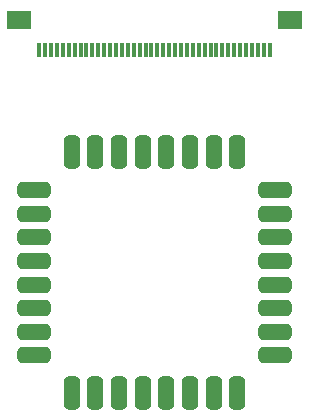
<source format=gbr>
%TF.GenerationSoftware,KiCad,Pcbnew,7.0.2*%
%TF.CreationDate,2023-10-20T09:41:17-06:00*%
%TF.ProjectId,LED_Probe_PCB,4c45445f-5072-46f6-9265-5f5043422e6b,rev?*%
%TF.SameCoordinates,Original*%
%TF.FileFunction,Paste,Top*%
%TF.FilePolarity,Positive*%
%FSLAX46Y46*%
G04 Gerber Fmt 4.6, Leading zero omitted, Abs format (unit mm)*
G04 Created by KiCad (PCBNEW 7.0.2) date 2023-10-20 09:41:17*
%MOMM*%
%LPD*%
G01*
G04 APERTURE LIST*
G04 Aperture macros list*
%AMRoundRect*
0 Rectangle with rounded corners*
0 $1 Rounding radius*
0 $2 $3 $4 $5 $6 $7 $8 $9 X,Y pos of 4 corners*
0 Add a 4 corners polygon primitive as box body*
4,1,4,$2,$3,$4,$5,$6,$7,$8,$9,$2,$3,0*
0 Add four circle primitives for the rounded corners*
1,1,$1+$1,$2,$3*
1,1,$1+$1,$4,$5*
1,1,$1+$1,$6,$7*
1,1,$1+$1,$8,$9*
0 Add four rect primitives between the rounded corners*
20,1,$1+$1,$2,$3,$4,$5,0*
20,1,$1+$1,$4,$5,$6,$7,0*
20,1,$1+$1,$6,$7,$8,$9,0*
20,1,$1+$1,$8,$9,$2,$3,0*%
G04 Aperture macros list end*
%ADD10RoundRect,0.400000X-0.300000X-1.000000X0.300000X-1.000000X0.300000X1.000000X-0.300000X1.000000X0*%
%ADD11RoundRect,0.400000X1.000000X-0.300000X1.000000X0.300000X-1.000000X0.300000X-1.000000X-0.300000X0*%
%ADD12RoundRect,0.400000X-1.000000X0.300000X-1.000000X-0.300000X1.000000X-0.300000X1.000000X0.300000X0*%
%ADD13RoundRect,0.400000X0.300000X1.000000X-0.300000X1.000000X-0.300000X-1.000000X0.300000X-1.000000X0*%
%ADD14R,0.300000X1.300000*%
%ADD15R,2.000000X1.600000*%
G04 APERTURE END LIST*
D10*
%TO.C,S1*%
X-7000000Y-10214500D03*
X-5000000Y-10214500D03*
X-3000000Y-10214500D03*
X-1000000Y-10214500D03*
X1000000Y-10214500D03*
X3000000Y-10214500D03*
X5000000Y-10214500D03*
X7000000Y-10214500D03*
%TD*%
D11*
%TO.C,E1*%
X10214500Y-7000000D03*
X10214500Y-5000000D03*
X10214500Y-3000000D03*
X10214500Y-1000000D03*
X10214500Y1000000D03*
X10214500Y3000000D03*
X10214500Y5000000D03*
X10214500Y7000000D03*
%TD*%
D12*
%TO.C,W1*%
X-10214500Y7000000D03*
X-10214500Y5000000D03*
X-10214500Y3000000D03*
X-10214500Y1000000D03*
X-10214500Y-1000000D03*
X-10214500Y-3000000D03*
X-10214500Y-5000000D03*
X-10214500Y-7000000D03*
%TD*%
D13*
%TO.C,N1*%
X7000000Y10214500D03*
X5000000Y10214500D03*
X3000000Y10214500D03*
X1000000Y10214500D03*
X-1000000Y10214500D03*
X-3000000Y10214500D03*
X-5000000Y10214500D03*
X-7000000Y10214500D03*
%TD*%
D14*
%TO.C,J5*%
X9740000Y18840000D03*
X9240000Y18840000D03*
X8740000Y18840000D03*
X8240000Y18840000D03*
X7740000Y18840000D03*
X7240000Y18840000D03*
X6740000Y18840000D03*
X6240000Y18840000D03*
X5740000Y18840000D03*
X5240000Y18840000D03*
X4740000Y18840000D03*
X4240000Y18840000D03*
X3740000Y18840000D03*
X3240000Y18840000D03*
X2740000Y18840000D03*
X2240000Y18840000D03*
X1740000Y18840000D03*
X1240000Y18840000D03*
X740000Y18840000D03*
X240000Y18840000D03*
X-260000Y18840000D03*
X-760000Y18840000D03*
X-1260000Y18840000D03*
X-1760000Y18840000D03*
X-2260000Y18840000D03*
X-2760000Y18840000D03*
X-3260000Y18840000D03*
X-3760000Y18840000D03*
X-4260000Y18840000D03*
X-4760000Y18840000D03*
X-5260000Y18840000D03*
X-5760000Y18840000D03*
X-6260000Y18840000D03*
X-6760000Y18840000D03*
X-7260000Y18840000D03*
X-7760000Y18840000D03*
X-8260000Y18840000D03*
X-8760000Y18840000D03*
X-9260000Y18840000D03*
X-9760000Y18840000D03*
D15*
X-11460000Y21440000D03*
X11440000Y21440000D03*
%TD*%
M02*

</source>
